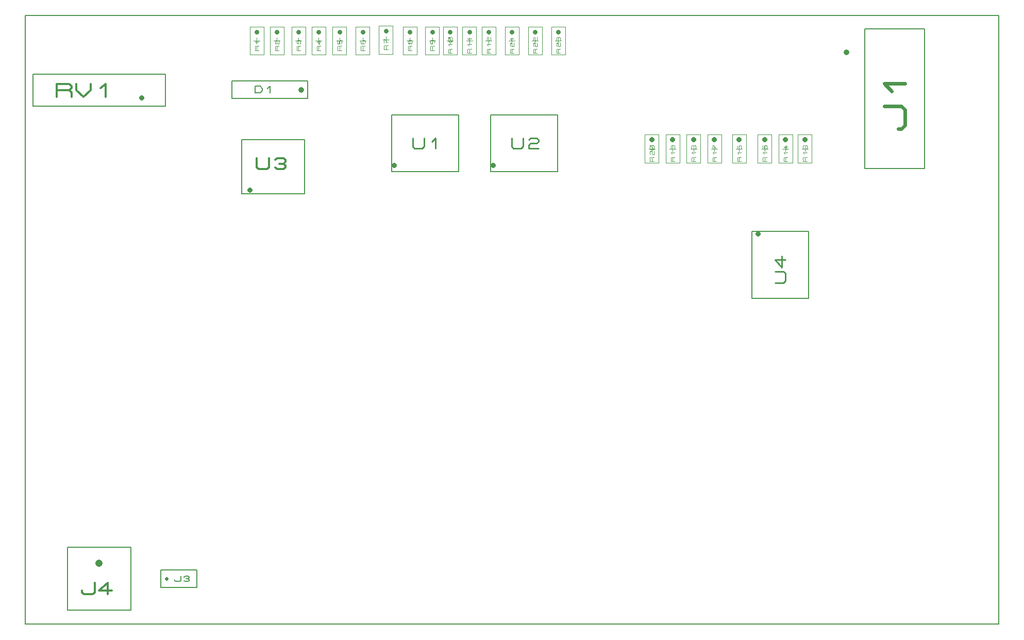
<source format=gbr>
G04 PROTEUS GERBER X2 FILE*
%TF.GenerationSoftware,Labcenter,Proteus,8.13-SP0-Build31525*%
%TF.CreationDate,2024-05-24T22:48:12+00:00*%
%TF.FileFunction,AssemblyDrawing,Top*%
%TF.FilePolarity,Positive*%
%TF.Part,Single*%
%TF.SameCoordinates,{2b1c703f-e340-49a6-ac8d-334d6c9c77ef}*%
%FSLAX45Y45*%
%MOMM*%
G01*
%TA.AperFunction,Profile*%
%ADD25C,0.203200*%
%TA.AperFunction,Material*%
%ADD27C,0.203200*%
%ADD44C,0.914400*%
%ADD45C,0.186690*%
%ADD29C,0.152400*%
%ADD46C,0.552950*%
%ADD47C,1.219200*%
%ADD48C,0.314280*%
%ADD49C,0.812800*%
%ADD50C,0.304460*%
%ADD51C,0.609600*%
%ADD52C,0.150690*%
%ADD53C,0.355600*%
%ADD54C,0.845820*%
%ADD55C,0.279010*%
%ADD56C,0.050000*%
%ADD57C,0.721360*%
%ADD58C,0.107030*%
%ADD59C,0.105510*%
%TD.AperFunction*%
D25*
X-8000000Y-5000000D02*
X+8000000Y-5000000D01*
X+8000000Y+5000000D01*
X-8000000Y+5000000D01*
X-8000000Y-5000000D01*
D27*
X-4597400Y+3639820D02*
X-3352800Y+3639820D01*
X-3352800Y+3926840D01*
X-4597400Y+3926840D01*
X-4597400Y+3639820D01*
D44*
X-3467100Y+3784600D02*
X-3467100Y+3784600D01*
D45*
X-4223131Y+3727323D02*
X-4223131Y+3839337D01*
X-4139121Y+3839337D01*
X-4097116Y+3801999D01*
X-4097116Y+3764661D01*
X-4139121Y+3727323D01*
X-4223131Y+3727323D01*
X-4013105Y+3801999D02*
X-3971100Y+3839337D01*
X-3971100Y+3727323D01*
D29*
X+6779260Y+4782820D02*
X+5796280Y+4782820D01*
X+5796280Y+2486660D01*
X+6779260Y+2486660D01*
X+6779260Y+4782820D01*
X+5796280Y+4782820D01*
X+5796280Y+2486660D01*
X+6779260Y+2486660D01*
X+6779260Y+4782820D01*
D44*
X+5488940Y+4396740D02*
X+5488940Y+4396740D01*
D46*
X+6343066Y+3137078D02*
X+6398362Y+3137078D01*
X+6453658Y+3199285D01*
X+6453658Y+3448116D01*
X+6398362Y+3510324D01*
X+6121883Y+3510324D01*
X+6232475Y+3759155D02*
X+6121883Y+3883571D01*
X+6453658Y+3883571D01*
D27*
X-7299960Y-4772660D02*
X-6263640Y-4772660D01*
X-6263640Y-3736340D01*
X-7299960Y-3736340D01*
X-7299960Y-4772660D01*
D47*
X-6781800Y-4000500D02*
X-6781800Y-4000500D01*
D48*
X-7064653Y-4448489D02*
X-7064653Y-4479917D01*
X-7029297Y-4511345D01*
X-6887870Y-4511345D01*
X-6852514Y-4479917D01*
X-6852514Y-4322776D01*
X-6569661Y-4448489D02*
X-6781800Y-4448489D01*
X-6640374Y-4322776D01*
X-6640374Y-4511345D01*
D27*
X-4442460Y+2070100D02*
X-3406140Y+2070100D01*
X-3406140Y+2959100D01*
X-4442460Y+2959100D01*
X-4442460Y+2070100D01*
D49*
X-4305300Y+2133600D02*
X-4305300Y+2133600D01*
D50*
X-4198314Y+2658008D02*
X-4198314Y+2505778D01*
X-4164063Y+2475332D01*
X-4027056Y+2475332D01*
X-3992804Y+2505778D01*
X-3992804Y+2658008D01*
X-3890049Y+2627562D02*
X-3855797Y+2658008D01*
X-3753042Y+2658008D01*
X-3718790Y+2627562D01*
X-3718790Y+2597116D01*
X-3753042Y+2566670D01*
X-3718790Y+2536224D01*
X-3718790Y+2505778D01*
X-3753042Y+2475332D01*
X-3855797Y+2475332D01*
X-3890049Y+2505778D01*
X-3821545Y+2566670D02*
X-3753042Y+2566670D01*
D29*
X-5178450Y-4399280D02*
X-5178450Y-4109720D01*
X-5768950Y-4109720D01*
X-5768950Y-4399280D01*
X-5178450Y-4399280D01*
X-5178450Y-4109720D01*
X-5768950Y-4109720D01*
X-5768950Y-4399280D01*
X-5178450Y-4399280D01*
D51*
X-5673700Y-4254500D02*
X-5673700Y-4254500D01*
D52*
X-5542646Y-4269569D02*
X-5542646Y-4284638D01*
X-5525694Y-4299707D01*
X-5457883Y-4299707D01*
X-5440931Y-4284638D01*
X-5440931Y-4209293D01*
X-5390073Y-4224362D02*
X-5373120Y-4209293D01*
X-5322262Y-4209293D01*
X-5305310Y-4224362D01*
X-5305310Y-4239431D01*
X-5322262Y-4254500D01*
X-5305310Y-4269569D01*
X-5305310Y-4284638D01*
X-5322262Y-4299707D01*
X-5373120Y-4299707D01*
X-5390073Y-4284638D01*
X-5356168Y-4254500D02*
X-5322262Y-4254500D01*
D27*
X-7871460Y+3507740D02*
X-5692140Y+3507740D01*
X-5692140Y+4036060D01*
X-7871460Y+4036060D01*
X-7871460Y+3507740D01*
D49*
X-6083300Y+3644900D02*
X-6083300Y+3644900D01*
D53*
X-7477760Y+3665220D02*
X-7477760Y+3878580D01*
X-7277735Y+3878580D01*
X-7237730Y+3843020D01*
X-7237730Y+3807460D01*
X-7277735Y+3771900D01*
X-7477760Y+3771900D01*
X-7277735Y+3771900D02*
X-7237730Y+3736340D01*
X-7237730Y+3665220D01*
X-7157720Y+3878580D02*
X-7157720Y+3771900D01*
X-7037705Y+3665220D01*
X-6917690Y+3771900D01*
X-6917690Y+3878580D01*
X-6757670Y+3807460D02*
X-6677660Y+3878580D01*
X-6677660Y+3665220D01*
D27*
X-1973580Y+2439148D02*
X-871220Y+2439148D01*
X-871220Y+3366248D01*
X-1973580Y+3366248D01*
X-1973580Y+2439148D01*
D54*
X-1930400Y+2540748D02*
X-1930400Y+2540748D01*
D55*
X-1630782Y+2986404D02*
X-1630782Y+2846894D01*
X-1599393Y+2818992D01*
X-1473834Y+2818992D01*
X-1442445Y+2846894D01*
X-1442445Y+2986404D01*
X-1316886Y+2930600D02*
X-1254107Y+2986404D01*
X-1254107Y+2818992D01*
D56*
X-4306000Y+4816813D02*
X-4306000Y+4356813D01*
X-4076000Y+4356813D01*
X-4076000Y+4816813D01*
X-4306000Y+4816813D01*
X-4141000Y+4586813D02*
X-4241000Y+4586813D01*
X-4191000Y+4536813D02*
X-4191000Y+4636813D01*
D57*
X-4191000Y+4731813D02*
X-4191000Y+4731813D01*
D58*
X-4158889Y+4428696D02*
X-4223111Y+4428696D01*
X-4223111Y+4488904D01*
X-4212407Y+4500945D01*
X-4201704Y+4500945D01*
X-4191000Y+4488904D01*
X-4191000Y+4428696D01*
X-4191000Y+4488904D02*
X-4180296Y+4500945D01*
X-4158889Y+4500945D01*
X-4201704Y+4549112D02*
X-4223111Y+4573195D01*
X-4158889Y+4573195D01*
D56*
X-3975800Y+4816813D02*
X-3975800Y+4356813D01*
X-3745800Y+4356813D01*
X-3745800Y+4816813D01*
X-3975800Y+4816813D01*
X-3810800Y+4586813D02*
X-3910800Y+4586813D01*
X-3860800Y+4536813D02*
X-3860800Y+4636813D01*
D57*
X-3860800Y+4731813D02*
X-3860800Y+4731813D01*
D58*
X-3828689Y+4428696D02*
X-3892911Y+4428696D01*
X-3892911Y+4488904D01*
X-3882207Y+4500945D01*
X-3871504Y+4500945D01*
X-3860800Y+4488904D01*
X-3860800Y+4428696D01*
X-3860800Y+4488904D02*
X-3850096Y+4500945D01*
X-3828689Y+4500945D01*
X-3882207Y+4537070D02*
X-3892911Y+4549112D01*
X-3892911Y+4585237D01*
X-3882207Y+4597278D01*
X-3871504Y+4597278D01*
X-3860800Y+4585237D01*
X-3860800Y+4549112D01*
X-3850096Y+4537070D01*
X-3828689Y+4537070D01*
X-3828689Y+4597278D01*
D56*
X-3620200Y+4816813D02*
X-3620200Y+4356813D01*
X-3390200Y+4356813D01*
X-3390200Y+4816813D01*
X-3620200Y+4816813D01*
X-3455200Y+4586813D02*
X-3555200Y+4586813D01*
X-3505200Y+4536813D02*
X-3505200Y+4636813D01*
D57*
X-3505200Y+4731813D02*
X-3505200Y+4731813D01*
D58*
X-3473089Y+4428696D02*
X-3537311Y+4428696D01*
X-3537311Y+4488904D01*
X-3526607Y+4500945D01*
X-3515904Y+4500945D01*
X-3505200Y+4488904D01*
X-3505200Y+4428696D01*
X-3505200Y+4488904D02*
X-3494496Y+4500945D01*
X-3473089Y+4500945D01*
X-3526607Y+4537070D02*
X-3537311Y+4549112D01*
X-3537311Y+4585237D01*
X-3526607Y+4597278D01*
X-3515904Y+4597278D01*
X-3505200Y+4585237D01*
X-3494496Y+4597278D01*
X-3483793Y+4597278D01*
X-3473089Y+4585237D01*
X-3473089Y+4549112D01*
X-3483793Y+4537070D01*
X-3505200Y+4561153D02*
X-3505200Y+4585237D01*
D56*
X-3290000Y+4816813D02*
X-3290000Y+4356813D01*
X-3060000Y+4356813D01*
X-3060000Y+4816813D01*
X-3290000Y+4816813D01*
X-3125000Y+4586813D02*
X-3225000Y+4586813D01*
X-3175000Y+4536813D02*
X-3175000Y+4636813D01*
D57*
X-3175000Y+4731813D02*
X-3175000Y+4731813D01*
D58*
X-3142889Y+4428696D02*
X-3207111Y+4428696D01*
X-3207111Y+4488904D01*
X-3196407Y+4500945D01*
X-3185704Y+4500945D01*
X-3175000Y+4488904D01*
X-3175000Y+4428696D01*
X-3175000Y+4488904D02*
X-3164296Y+4500945D01*
X-3142889Y+4500945D01*
X-3164296Y+4597278D02*
X-3164296Y+4525029D01*
X-3207111Y+4573195D01*
X-3142889Y+4573195D01*
D56*
X-2947100Y+4816813D02*
X-2947100Y+4356813D01*
X-2717100Y+4356813D01*
X-2717100Y+4816813D01*
X-2947100Y+4816813D01*
X-2782100Y+4586813D02*
X-2882100Y+4586813D01*
X-2832100Y+4536813D02*
X-2832100Y+4636813D01*
D57*
X-2832100Y+4731813D02*
X-2832100Y+4731813D01*
D58*
X-2799989Y+4428696D02*
X-2864211Y+4428696D01*
X-2864211Y+4488904D01*
X-2853507Y+4500945D01*
X-2842804Y+4500945D01*
X-2832100Y+4488904D01*
X-2832100Y+4428696D01*
X-2832100Y+4488904D02*
X-2821396Y+4500945D01*
X-2799989Y+4500945D01*
X-2864211Y+4597278D02*
X-2864211Y+4537070D01*
X-2842804Y+4537070D01*
X-2842804Y+4585237D01*
X-2832100Y+4597278D01*
X-2810693Y+4597278D01*
X-2799989Y+4585237D01*
X-2799989Y+4549112D01*
X-2810693Y+4537070D01*
D56*
X-2566100Y+4816813D02*
X-2566100Y+4356813D01*
X-2336100Y+4356813D01*
X-2336100Y+4816813D01*
X-2566100Y+4816813D01*
X-2401100Y+4586813D02*
X-2501100Y+4586813D01*
X-2451100Y+4536813D02*
X-2451100Y+4636813D01*
D57*
X-2451100Y+4731813D02*
X-2451100Y+4731813D01*
D58*
X-2418989Y+4428696D02*
X-2483211Y+4428696D01*
X-2483211Y+4488904D01*
X-2472507Y+4500945D01*
X-2461804Y+4500945D01*
X-2451100Y+4488904D01*
X-2451100Y+4428696D01*
X-2451100Y+4488904D02*
X-2440396Y+4500945D01*
X-2418989Y+4500945D01*
X-2472507Y+4597278D02*
X-2483211Y+4585237D01*
X-2483211Y+4549112D01*
X-2472507Y+4537070D01*
X-2429693Y+4537070D01*
X-2418989Y+4549112D01*
X-2418989Y+4585237D01*
X-2429693Y+4597278D01*
X-2440396Y+4597278D01*
X-2451100Y+4585237D01*
X-2451100Y+4537070D01*
D56*
X-2185100Y+4829513D02*
X-2185100Y+4369513D01*
X-1955100Y+4369513D01*
X-1955100Y+4829513D01*
X-2185100Y+4829513D01*
X-2020100Y+4599513D02*
X-2120100Y+4599513D01*
X-2070100Y+4549513D02*
X-2070100Y+4649513D01*
D57*
X-2070100Y+4744513D02*
X-2070100Y+4744513D01*
D58*
X-2037989Y+4441396D02*
X-2102211Y+4441396D01*
X-2102211Y+4501604D01*
X-2091507Y+4513645D01*
X-2080804Y+4513645D01*
X-2070100Y+4501604D01*
X-2070100Y+4441396D01*
X-2070100Y+4501604D02*
X-2059396Y+4513645D01*
X-2037989Y+4513645D01*
X-2102211Y+4549770D02*
X-2102211Y+4609978D01*
X-2091507Y+4609978D01*
X-2037989Y+4549770D01*
D56*
X-1791400Y+4816813D02*
X-1791400Y+4356813D01*
X-1561400Y+4356813D01*
X-1561400Y+4816813D01*
X-1791400Y+4816813D01*
X-1626400Y+4586813D02*
X-1726400Y+4586813D01*
X-1676400Y+4536813D02*
X-1676400Y+4636813D01*
D57*
X-1676400Y+4731813D02*
X-1676400Y+4731813D01*
D58*
X-1644289Y+4428696D02*
X-1708511Y+4428696D01*
X-1708511Y+4488904D01*
X-1697807Y+4500945D01*
X-1687104Y+4500945D01*
X-1676400Y+4488904D01*
X-1676400Y+4428696D01*
X-1676400Y+4488904D02*
X-1665696Y+4500945D01*
X-1644289Y+4500945D01*
X-1676400Y+4549112D02*
X-1687104Y+4537070D01*
X-1697807Y+4537070D01*
X-1708511Y+4549112D01*
X-1708511Y+4585237D01*
X-1697807Y+4597278D01*
X-1687104Y+4597278D01*
X-1676400Y+4585237D01*
X-1676400Y+4549112D01*
X-1665696Y+4537070D01*
X-1654993Y+4537070D01*
X-1644289Y+4549112D01*
X-1644289Y+4585237D01*
X-1654993Y+4597278D01*
X-1665696Y+4597278D01*
X-1676400Y+4585237D01*
D27*
X-347980Y+2439148D02*
X+754380Y+2439148D01*
X+754380Y+3366248D01*
X-347980Y+3366248D01*
X-347980Y+2439148D01*
D54*
X-304800Y+2540748D02*
X-304800Y+2540748D01*
D55*
X-5182Y+2986404D02*
X-5182Y+2846894D01*
X+26207Y+2818992D01*
X+151766Y+2818992D01*
X+183155Y+2846894D01*
X+183155Y+2986404D01*
X+277324Y+2958502D02*
X+308714Y+2986404D01*
X+402883Y+2986404D01*
X+434272Y+2958502D01*
X+434272Y+2930600D01*
X+402883Y+2902698D01*
X+308714Y+2902698D01*
X+277324Y+2874796D01*
X+277324Y+2818992D01*
X+434272Y+2818992D01*
D56*
X-1423100Y+4816813D02*
X-1423100Y+4356813D01*
X-1193100Y+4356813D01*
X-1193100Y+4816813D01*
X-1423100Y+4816813D01*
X-1258100Y+4586813D02*
X-1358100Y+4586813D01*
X-1308100Y+4536813D02*
X-1308100Y+4636813D01*
D57*
X-1308100Y+4731813D02*
X-1308100Y+4731813D01*
D58*
X-1275989Y+4428696D02*
X-1340211Y+4428696D01*
X-1340211Y+4488904D01*
X-1329507Y+4500945D01*
X-1318804Y+4500945D01*
X-1308100Y+4488904D01*
X-1308100Y+4428696D01*
X-1308100Y+4488904D02*
X-1297396Y+4500945D01*
X-1275989Y+4500945D01*
X-1318804Y+4597278D02*
X-1308100Y+4585237D01*
X-1308100Y+4549112D01*
X-1318804Y+4537070D01*
X-1329507Y+4537070D01*
X-1340211Y+4549112D01*
X-1340211Y+4585237D01*
X-1329507Y+4597278D01*
X-1286693Y+4597278D01*
X-1275989Y+4585237D01*
X-1275989Y+4549112D01*
D56*
X-1131000Y+4816813D02*
X-1131000Y+4356813D01*
X-901000Y+4356813D01*
X-901000Y+4816813D01*
X-1131000Y+4816813D01*
X-966000Y+4586813D02*
X-1066000Y+4586813D01*
X-1016000Y+4536813D02*
X-1016000Y+4636813D01*
D57*
X-1016000Y+4731813D02*
X-1016000Y+4731813D01*
D58*
X-983889Y+4380530D02*
X-1048111Y+4380530D01*
X-1048111Y+4440738D01*
X-1037407Y+4452779D01*
X-1026704Y+4452779D01*
X-1016000Y+4440738D01*
X-1016000Y+4380530D01*
X-1016000Y+4440738D02*
X-1005296Y+4452779D01*
X-983889Y+4452779D01*
X-1026704Y+4500946D02*
X-1048111Y+4525029D01*
X-983889Y+4525029D01*
X-994593Y+4573196D02*
X-1037407Y+4573196D01*
X-1048111Y+4585237D01*
X-1048111Y+4633404D01*
X-1037407Y+4645445D01*
X-994593Y+4645445D01*
X-983889Y+4633404D01*
X-983889Y+4585237D01*
X-994593Y+4573196D01*
X-983889Y+4573196D02*
X-1048111Y+4645445D01*
D56*
X-813500Y+4816813D02*
X-813500Y+4356813D01*
X-583500Y+4356813D01*
X-583500Y+4816813D01*
X-813500Y+4816813D01*
X-648500Y+4586813D02*
X-748500Y+4586813D01*
X-698500Y+4536813D02*
X-698500Y+4636813D01*
D57*
X-698500Y+4731813D02*
X-698500Y+4731813D01*
D58*
X-666389Y+4380530D02*
X-730611Y+4380530D01*
X-730611Y+4440738D01*
X-719907Y+4452779D01*
X-709204Y+4452779D01*
X-698500Y+4440738D01*
X-698500Y+4380530D01*
X-698500Y+4440738D02*
X-687796Y+4452779D01*
X-666389Y+4452779D01*
X-709204Y+4500946D02*
X-730611Y+4525029D01*
X-666389Y+4525029D01*
X-709204Y+4597279D02*
X-730611Y+4621362D01*
X-666389Y+4621362D01*
D56*
X-496000Y+4816813D02*
X-496000Y+4356813D01*
X-266000Y+4356813D01*
X-266000Y+4816813D01*
X-496000Y+4816813D01*
X-331000Y+4586813D02*
X-431000Y+4586813D01*
X-381000Y+4536813D02*
X-381000Y+4636813D01*
D57*
X-381000Y+4731813D02*
X-381000Y+4731813D01*
D58*
X-348889Y+4380530D02*
X-413111Y+4380530D01*
X-413111Y+4440738D01*
X-402407Y+4452779D01*
X-391704Y+4452779D01*
X-381000Y+4440738D01*
X-381000Y+4380530D01*
X-381000Y+4440738D02*
X-370296Y+4452779D01*
X-348889Y+4452779D01*
X-391704Y+4500946D02*
X-413111Y+4525029D01*
X-348889Y+4525029D01*
X-402407Y+4585237D02*
X-413111Y+4597279D01*
X-413111Y+4633404D01*
X-402407Y+4645445D01*
X-391704Y+4645445D01*
X-381000Y+4633404D01*
X-381000Y+4597279D01*
X-370296Y+4585237D01*
X-348889Y+4585237D01*
X-348889Y+4645445D01*
D56*
X-115000Y+4816813D02*
X-115000Y+4356813D01*
X+115000Y+4356813D01*
X+115000Y+4816813D01*
X-115000Y+4816813D01*
X+50000Y+4586813D02*
X-50000Y+4586813D01*
X+0Y+4536813D02*
X+0Y+4636813D01*
D57*
X+0Y+4731813D02*
X+0Y+4731813D01*
D58*
X+32111Y+4380530D02*
X-32111Y+4380530D01*
X-32111Y+4440738D01*
X-21407Y+4452779D01*
X-10704Y+4452779D01*
X+0Y+4440738D01*
X+0Y+4380530D01*
X+0Y+4440738D02*
X+10704Y+4452779D01*
X+32111Y+4452779D01*
X-21407Y+4488904D02*
X-32111Y+4500946D01*
X-32111Y+4537071D01*
X-21407Y+4549112D01*
X-10704Y+4549112D01*
X+0Y+4537071D01*
X+0Y+4500946D01*
X+10704Y+4488904D01*
X+32111Y+4488904D01*
X+32111Y+4549112D01*
X-10704Y+4597279D02*
X-32111Y+4621362D01*
X+32111Y+4621362D01*
D56*
X+266000Y+4816813D02*
X+266000Y+4356813D01*
X+496000Y+4356813D01*
X+496000Y+4816813D01*
X+266000Y+4816813D01*
X+431000Y+4586813D02*
X+331000Y+4586813D01*
X+381000Y+4536813D02*
X+381000Y+4636813D01*
D57*
X+381000Y+4731813D02*
X+381000Y+4731813D01*
D58*
X+413111Y+4380530D02*
X+348889Y+4380530D01*
X+348889Y+4440738D01*
X+359593Y+4452779D01*
X+370296Y+4452779D01*
X+381000Y+4440738D01*
X+381000Y+4380530D01*
X+381000Y+4440738D02*
X+391704Y+4452779D01*
X+413111Y+4452779D01*
X+359593Y+4488904D02*
X+348889Y+4500946D01*
X+348889Y+4537071D01*
X+359593Y+4549112D01*
X+370296Y+4549112D01*
X+381000Y+4537071D01*
X+381000Y+4500946D01*
X+391704Y+4488904D01*
X+413111Y+4488904D01*
X+413111Y+4549112D01*
X+359593Y+4585237D02*
X+348889Y+4597279D01*
X+348889Y+4633404D01*
X+359593Y+4645445D01*
X+370296Y+4645445D01*
X+381000Y+4633404D01*
X+381000Y+4597279D01*
X+391704Y+4585237D01*
X+413111Y+4585237D01*
X+413111Y+4645445D01*
D56*
X+647000Y+4816813D02*
X+647000Y+4356813D01*
X+877000Y+4356813D01*
X+877000Y+4816813D01*
X+647000Y+4816813D01*
X+812000Y+4586813D02*
X+712000Y+4586813D01*
X+762000Y+4536813D02*
X+762000Y+4636813D01*
D57*
X+762000Y+4731813D02*
X+762000Y+4731813D01*
D58*
X+794111Y+4380530D02*
X+729889Y+4380530D01*
X+729889Y+4440738D01*
X+740593Y+4452779D01*
X+751296Y+4452779D01*
X+762000Y+4440738D01*
X+762000Y+4380530D01*
X+762000Y+4440738D02*
X+772704Y+4452779D01*
X+794111Y+4452779D01*
X+740593Y+4488904D02*
X+729889Y+4500946D01*
X+729889Y+4537071D01*
X+740593Y+4549112D01*
X+751296Y+4549112D01*
X+762000Y+4537071D01*
X+762000Y+4500946D01*
X+772704Y+4488904D01*
X+794111Y+4488904D01*
X+794111Y+4549112D01*
X+740593Y+4585237D02*
X+729889Y+4597279D01*
X+729889Y+4633404D01*
X+740593Y+4645445D01*
X+751296Y+4645445D01*
X+762000Y+4633404D01*
X+772704Y+4645445D01*
X+783407Y+4645445D01*
X+794111Y+4633404D01*
X+794111Y+4597279D01*
X+783407Y+4585237D01*
X+762000Y+4609320D02*
X+762000Y+4633404D01*
D27*
X+3943350Y+350520D02*
X+4870450Y+350520D01*
X+4870450Y+1452880D01*
X+3943350Y+1452880D01*
X+3943350Y+350520D01*
D54*
X+4044950Y+1409700D02*
X+4044950Y+1409700D01*
D55*
X+4323194Y+607848D02*
X+4462704Y+607848D01*
X+4490606Y+639237D01*
X+4490606Y+764796D01*
X+4462704Y+796185D01*
X+4323194Y+796185D01*
X+4434802Y+1047302D02*
X+4434802Y+858965D01*
X+4323194Y+984523D01*
X+4490606Y+984523D01*
D56*
X+4698300Y+3042000D02*
X+4698300Y+2582000D01*
X+4928300Y+2582000D01*
X+4928300Y+3042000D01*
X+4698300Y+3042000D01*
X+4863300Y+2812000D02*
X+4763300Y+2812000D01*
X+4813300Y+2762000D02*
X+4813300Y+2862000D01*
D49*
X+4813300Y+2957000D02*
X+4813300Y+2957000D01*
D59*
X+4844954Y+2605489D02*
X+4781646Y+2605489D01*
X+4781646Y+2664839D01*
X+4792197Y+2676709D01*
X+4802749Y+2676709D01*
X+4813300Y+2664839D01*
X+4813300Y+2605489D01*
X+4813300Y+2664839D02*
X+4823851Y+2676709D01*
X+4844954Y+2676709D01*
X+4802749Y+2724190D02*
X+4781646Y+2747930D01*
X+4844954Y+2747930D01*
X+4792197Y+2807281D02*
X+4781646Y+2819151D01*
X+4781646Y+2854761D01*
X+4792197Y+2866631D01*
X+4802749Y+2866631D01*
X+4813300Y+2854761D01*
X+4823851Y+2866631D01*
X+4834403Y+2866631D01*
X+4844954Y+2854761D01*
X+4844954Y+2819151D01*
X+4834403Y+2807281D01*
X+4813300Y+2831021D02*
X+4813300Y+2854761D01*
D56*
X+4380800Y+3042000D02*
X+4380800Y+2582000D01*
X+4610800Y+2582000D01*
X+4610800Y+3042000D01*
X+4380800Y+3042000D01*
X+4545800Y+2812000D02*
X+4445800Y+2812000D01*
X+4495800Y+2762000D02*
X+4495800Y+2862000D01*
D49*
X+4495800Y+2957000D02*
X+4495800Y+2957000D01*
D59*
X+4527454Y+2605489D02*
X+4464146Y+2605489D01*
X+4464146Y+2664839D01*
X+4474697Y+2676709D01*
X+4485249Y+2676709D01*
X+4495800Y+2664839D01*
X+4495800Y+2605489D01*
X+4495800Y+2664839D02*
X+4506351Y+2676709D01*
X+4527454Y+2676709D01*
X+4485249Y+2724190D02*
X+4464146Y+2747930D01*
X+4527454Y+2747930D01*
X+4506351Y+2866631D02*
X+4506351Y+2795411D01*
X+4464146Y+2842891D01*
X+4527454Y+2842891D01*
D56*
X+4037900Y+3042000D02*
X+4037900Y+2582000D01*
X+4267900Y+2582000D01*
X+4267900Y+3042000D01*
X+4037900Y+3042000D01*
X+4202900Y+2812000D02*
X+4102900Y+2812000D01*
X+4152900Y+2762000D02*
X+4152900Y+2862000D01*
D49*
X+4152900Y+2957000D02*
X+4152900Y+2957000D01*
D59*
X+4184554Y+2605489D02*
X+4121246Y+2605489D01*
X+4121246Y+2664839D01*
X+4131797Y+2676709D01*
X+4142349Y+2676709D01*
X+4152900Y+2664839D01*
X+4152900Y+2605489D01*
X+4152900Y+2664839D02*
X+4163451Y+2676709D01*
X+4184554Y+2676709D01*
X+4142349Y+2724190D02*
X+4121246Y+2747930D01*
X+4184554Y+2747930D01*
X+4121246Y+2866631D02*
X+4121246Y+2807281D01*
X+4142349Y+2807281D01*
X+4142349Y+2854761D01*
X+4152900Y+2866631D01*
X+4174003Y+2866631D01*
X+4184554Y+2854761D01*
X+4184554Y+2819151D01*
X+4174003Y+2807281D01*
D56*
X+3618800Y+3042000D02*
X+3618800Y+2582000D01*
X+3848800Y+2582000D01*
X+3848800Y+3042000D01*
X+3618800Y+3042000D01*
X+3783800Y+2812000D02*
X+3683800Y+2812000D01*
X+3733800Y+2762000D02*
X+3733800Y+2862000D01*
D49*
X+3733800Y+2957000D02*
X+3733800Y+2957000D01*
D59*
X+3765454Y+2605489D02*
X+3702146Y+2605489D01*
X+3702146Y+2664839D01*
X+3712697Y+2676709D01*
X+3723249Y+2676709D01*
X+3733800Y+2664839D01*
X+3733800Y+2605489D01*
X+3733800Y+2664839D02*
X+3744351Y+2676709D01*
X+3765454Y+2676709D01*
X+3723249Y+2724190D02*
X+3702146Y+2747930D01*
X+3765454Y+2747930D01*
X+3712697Y+2866631D02*
X+3702146Y+2854761D01*
X+3702146Y+2819151D01*
X+3712697Y+2807281D01*
X+3754903Y+2807281D01*
X+3765454Y+2819151D01*
X+3765454Y+2854761D01*
X+3754903Y+2866631D01*
X+3744351Y+2866631D01*
X+3733800Y+2854761D01*
X+3733800Y+2807281D01*
D56*
X+3212400Y+3042000D02*
X+3212400Y+2582000D01*
X+3442400Y+2582000D01*
X+3442400Y+3042000D01*
X+3212400Y+3042000D01*
X+3377400Y+2812000D02*
X+3277400Y+2812000D01*
X+3327400Y+2762000D02*
X+3327400Y+2862000D01*
D49*
X+3327400Y+2957000D02*
X+3327400Y+2957000D01*
D59*
X+3359054Y+2605489D02*
X+3295746Y+2605489D01*
X+3295746Y+2664839D01*
X+3306297Y+2676709D01*
X+3316849Y+2676709D01*
X+3327400Y+2664839D01*
X+3327400Y+2605489D01*
X+3327400Y+2664839D02*
X+3337951Y+2676709D01*
X+3359054Y+2676709D01*
X+3316849Y+2724190D02*
X+3295746Y+2747930D01*
X+3359054Y+2747930D01*
X+3295746Y+2807281D02*
X+3295746Y+2866631D01*
X+3306297Y+2866631D01*
X+3359054Y+2807281D01*
D56*
X+2869500Y+3042000D02*
X+2869500Y+2582000D01*
X+3099500Y+2582000D01*
X+3099500Y+3042000D01*
X+2869500Y+3042000D01*
X+3034500Y+2812000D02*
X+2934500Y+2812000D01*
X+2984500Y+2762000D02*
X+2984500Y+2862000D01*
D49*
X+2984500Y+2957000D02*
X+2984500Y+2957000D01*
D59*
X+3016154Y+2605489D02*
X+2952846Y+2605489D01*
X+2952846Y+2664839D01*
X+2963397Y+2676709D01*
X+2973949Y+2676709D01*
X+2984500Y+2664839D01*
X+2984500Y+2605489D01*
X+2984500Y+2664839D02*
X+2995051Y+2676709D01*
X+3016154Y+2676709D01*
X+2973949Y+2724190D02*
X+2952846Y+2747930D01*
X+3016154Y+2747930D01*
X+2984500Y+2819151D02*
X+2973949Y+2807281D01*
X+2963397Y+2807281D01*
X+2952846Y+2819151D01*
X+2952846Y+2854761D01*
X+2963397Y+2866631D01*
X+2973949Y+2866631D01*
X+2984500Y+2854761D01*
X+2984500Y+2819151D01*
X+2995051Y+2807281D01*
X+3005603Y+2807281D01*
X+3016154Y+2819151D01*
X+3016154Y+2854761D01*
X+3005603Y+2866631D01*
X+2995051Y+2866631D01*
X+2984500Y+2854761D01*
D56*
X+2526600Y+3042000D02*
X+2526600Y+2582000D01*
X+2756600Y+2582000D01*
X+2756600Y+3042000D01*
X+2526600Y+3042000D01*
X+2691600Y+2812000D02*
X+2591600Y+2812000D01*
X+2641600Y+2762000D02*
X+2641600Y+2862000D01*
D49*
X+2641600Y+2957000D02*
X+2641600Y+2957000D01*
D59*
X+2673254Y+2605489D02*
X+2609946Y+2605489D01*
X+2609946Y+2664839D01*
X+2620497Y+2676709D01*
X+2631049Y+2676709D01*
X+2641600Y+2664839D01*
X+2641600Y+2605489D01*
X+2641600Y+2664839D02*
X+2652151Y+2676709D01*
X+2673254Y+2676709D01*
X+2631049Y+2724190D02*
X+2609946Y+2747930D01*
X+2673254Y+2747930D01*
X+2631049Y+2866631D02*
X+2641600Y+2854761D01*
X+2641600Y+2819151D01*
X+2631049Y+2807281D01*
X+2620497Y+2807281D01*
X+2609946Y+2819151D01*
X+2609946Y+2854761D01*
X+2620497Y+2866631D01*
X+2662703Y+2866631D01*
X+2673254Y+2854761D01*
X+2673254Y+2819151D01*
D56*
X+2183700Y+3042000D02*
X+2183700Y+2582000D01*
X+2413700Y+2582000D01*
X+2413700Y+3042000D01*
X+2183700Y+3042000D01*
X+2348700Y+2812000D02*
X+2248700Y+2812000D01*
X+2298700Y+2762000D02*
X+2298700Y+2862000D01*
D49*
X+2298700Y+2957000D02*
X+2298700Y+2957000D01*
D59*
X+2330354Y+2605489D02*
X+2267046Y+2605489D01*
X+2267046Y+2664839D01*
X+2277597Y+2676709D01*
X+2288149Y+2676709D01*
X+2298700Y+2664839D01*
X+2298700Y+2605489D01*
X+2298700Y+2664839D02*
X+2309251Y+2676709D01*
X+2330354Y+2676709D01*
X+2277597Y+2712320D02*
X+2267046Y+2724190D01*
X+2267046Y+2759800D01*
X+2277597Y+2771670D01*
X+2288149Y+2771670D01*
X+2298700Y+2759800D01*
X+2298700Y+2724190D01*
X+2309251Y+2712320D01*
X+2330354Y+2712320D01*
X+2330354Y+2771670D01*
X+2319803Y+2795411D02*
X+2277597Y+2795411D01*
X+2267046Y+2807281D01*
X+2267046Y+2854761D01*
X+2277597Y+2866631D01*
X+2319803Y+2866631D01*
X+2330354Y+2854761D01*
X+2330354Y+2807281D01*
X+2319803Y+2795411D01*
X+2330354Y+2795411D02*
X+2267046Y+2866631D01*
M02*

</source>
